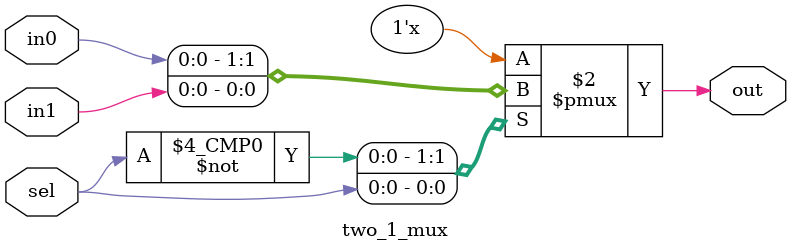
<source format=v>
`timescale 1ns / 1ps

module modified_mux(
    input wire clk,               
    input wire [16:1] in,         
    input wire [3:0] sel,          
    output wire out             
);

    wire out_lower, out_upper;     // Wires from 8:1 muxes
    reg out_lower_reg, out_upper_reg; // Pipeline registers
    reg sel3_reg;                 

    // Instantiate lower 8:1 mux
    eight_1_mux u1 (
        .in({in[8], in[7], in[6], in[5], in[4], in[3], in[2], in[1]}),
        .sel(sel[2:0]),
        .out2(out_lower)
    );

    // Instantiate upper 8:1 mux
    eight_1_mux u2 (
        .in({in[16], in[15], in[14], in[13], in[12], in[11], in[10], in[9]}),
        .sel(sel[2:0]),
        .out2(out_upper)
    );

    // Pipeline Stage
    always @(posedge clk) begin
        out_lower_reg <= out_lower;
        out_upper_reg <= out_upper;
        sel3_reg <= sel[3];
    end

    // Instantiate 2:1 mux using registered outputs
    two_1_mux u3 (
        .in0(out_lower_reg),
        .in1(out_upper_reg),
        .sel(sel3_reg),
        .out(out)
    );

endmodule

// 8:1 MUX
module eight_1_mux(
    input wire [7:0] in,
    input wire [2:0] sel,
    output reg out2
);
    always @(*) begin
        case (sel)
            3'b000: out2 = in[0];
            3'b001: out2 = in[1];
            3'b010: out2 = in[2];
            3'b011: out2 = in[3];
            3'b100: out2 = in[4];
            3'b101: out2 = in[5];
            3'b110: out2 = in[6];
            3'b111: out2 = in[7];
        endcase
    end
endmodule

// 2:1 MUX
module two_1_mux(
    input wire in0,
    input wire in1,
    input wire sel,
    output reg out
);
    always @(*) begin
        case (sel)
            1'b0: out = in0;
            1'b1: out = in1;
        endcase
    end
endmodule

</source>
